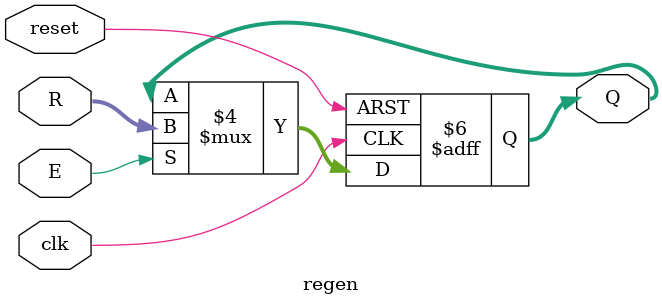
<source format=v>
`timescale 1ns / 1ps
module multiply(clk, reset, LA, LB, s, DataA, DataB, P, Finish);
	parameter n = 32;
	input clk, reset, LA, LB, s;
	input [n-1:0] DataA, DataB;
	output [n+n-1:0] P;
	output Finish;
	wire z, Cout; 
	reg [n+n-1:0] A, DataP;
	wire [n+n-1:0] Sum;
	reg [1:0] state, nextstate;
	wire [n-1:0] B;
	reg Finish, EA, EB, EP, Psel;
	integer i;
	
	parameter S1 = 2'b00; 
	parameter S2 = 2'b01;
	parameter S3 = 2'b10;
	
	always@(s or state or z)
	begin: states
		case(state)
			S1: if(s) nextstate = S2;
				 else nextstate = S1;
			S2: if(z) nextstate = S3;
				 else nextstate = S2;
			S3: if(s) nextstate = S3;
				 else nextstate = S1;
			default: nextstate = 2'bxx;
		endcase
	end
	
	always@(posedge clk or posedge reset)
	begin: FF_state
		if(reset)
			state <= S1;
		else
			state <= nextstate;
	end
	
	always@(s or state or B[0])
	begin: FSM
	EA = 0; EB = 0; EP = 0; Finish = 0; Psel = 0;
	case(state)
		S1: EP = 1;
		S2: begin
				EA = 1; EB = 1; Psel = 1;
				if(B[0]) EP = 1;
				else EP = 0;
			end
		S3: Finish = 1;
	endcase
end

shifterright ShiftingB(DataB, LB, EB, 0, clk, A);
	defparam ShiftingB.n = 8;
shifterleft ShiftingA({{n{1'b0}}, DataA}, LA, EA, 0, clk, A);
	defparam ShiftingA.n = 16;
	
assign z = (B==0);
cla carryadder(A, P, 0, Sum, Cout);

always@(Psel or Sum)
	for(i = 0; i < n+n; i = i+1)
		DataP[i] = Psel ? Sum[i] : 0;
regenable regp(DataP, clk, reset, EP, P);
	defparam regp.n = 16;
	
endmodule
 module shifterleft(R, L, E, w, clk, Q);
	parameter n = 4;
	input [n-1:0] R;
	input L, E, w, clk;
	output [n-1:0] Q;
	reg [n-1:0] Q;
	integer i;
	
	always@(posedge clk)
	begin
		if(L)
			Q <= R;
		else if(E)
		begin
			Q[0] <= w;
			for(i = 1; i < n; i = i+1)
				Q[i] <= Q[i-1];
		end
	end
endmodule

module shifterright(R, L, E, w, clk, Q);
parameter n = 4;
	input [n-1:0] R;
	input L, E, w, clk;
	output [n-1:0] Q;
	reg [n-1:0] Q;
	integer i;
	
	always@(posedge clk)
	begin
		if(L)
			Q <= R;
		else if(E)
		begin
		Q <= {w,Q[n-1:1]};
		end
	end
endmodule

module regen(R, clk, reset, E, Q);
parameter n = 8;
input [n-1:0] R;
input clk, reset, E;
output [n-1:0] Q;
reg [n-1:0] Q;

always@(posedge clk or posedge reset)
	if(reset)
		Q <= 0;
	else if(E)
		Q <= R;
endmodule

</source>
